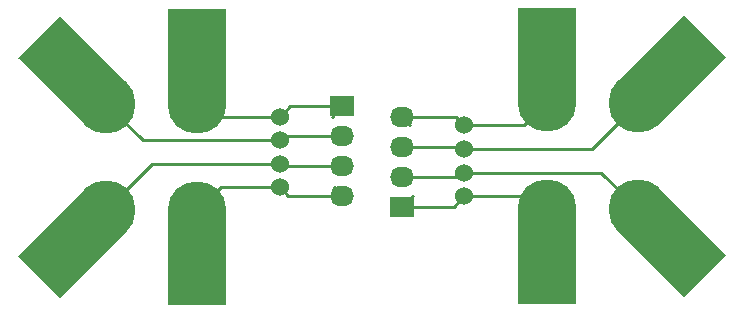
<source format=gtl>
G04 #@! TF.FileFunction,Copper,L1,Top,Signal*
%FSLAX46Y46*%
G04 Gerber Fmt 4.6, Leading zero omitted, Abs format (unit mm)*
G04 Created by KiCad (PCBNEW 4.0.3-stable) date 03/15/17 04:31:10*
%MOMM*%
%LPD*%
G01*
G04 APERTURE LIST*
%ADD10C,0.100000*%
%ADD11C,5.000000*%
%ADD12R,5.000000X8.000000*%
%ADD13C,1.524000*%
%ADD14R,2.032000X1.727200*%
%ADD15O,2.032000X1.727200*%
%ADD16C,0.250000*%
G04 APERTURE END LIST*
D10*
D11*
X124350000Y-55850000D03*
D12*
X124350000Y-51850000D03*
D11*
X132050000Y-55950000D03*
D10*
G36*
X139474621Y-52060913D02*
X133817767Y-57717767D01*
X130282233Y-54182233D01*
X135939087Y-48525379D01*
X139474621Y-52060913D01*
X139474621Y-52060913D01*
G37*
D11*
X132050000Y-64950000D03*
D10*
G36*
X135939087Y-72374621D02*
X130282233Y-66717767D01*
X133817767Y-63182233D01*
X139474621Y-68839087D01*
X135939087Y-72374621D01*
X135939087Y-72374621D01*
G37*
D11*
X124350000Y-64950000D03*
D12*
X124350000Y-68950000D03*
D13*
X117350000Y-63850000D03*
X117350000Y-61850000D03*
X117350000Y-59850000D03*
X117350000Y-57850000D03*
D14*
X112050000Y-64750000D03*
D15*
X112050000Y-62210000D03*
X112050000Y-59670000D03*
X112050000Y-57130000D03*
D14*
X107000000Y-56200000D03*
D15*
X107000000Y-58740000D03*
X107000000Y-61280000D03*
X107000000Y-63820000D03*
D13*
X101700000Y-57100000D03*
X101700000Y-59100000D03*
X101700000Y-61100000D03*
X101700000Y-63100000D03*
D11*
X94700000Y-56000000D03*
D12*
X94700000Y-52000000D03*
D11*
X87000000Y-56000000D03*
D10*
G36*
X83110913Y-48575379D02*
X88767767Y-54232233D01*
X85232233Y-57767767D01*
X79575379Y-52110913D01*
X83110913Y-48575379D01*
X83110913Y-48575379D01*
G37*
D11*
X87000000Y-65000000D03*
D10*
G36*
X79575379Y-68889087D02*
X85232233Y-63232233D01*
X88767767Y-66767767D01*
X83110913Y-72424621D01*
X79575379Y-68889087D01*
X79575379Y-68889087D01*
G37*
D11*
X94700000Y-65100000D03*
D12*
X94700000Y-69100000D03*
D16*
X112950000Y-63850000D02*
X112050000Y-64750000D01*
X123250000Y-63850000D02*
X124350000Y-64950000D01*
X117350000Y-63850000D02*
X123250000Y-63850000D01*
X116450000Y-64750000D02*
X117350000Y-63850000D01*
X112050000Y-64750000D02*
X116450000Y-64750000D01*
X107000000Y-56200000D02*
X102600000Y-56200000D01*
X102600000Y-56200000D02*
X101700000Y-57100000D01*
X101700000Y-57100000D02*
X95800000Y-57100000D01*
X95800000Y-57100000D02*
X94700000Y-56000000D01*
X106100000Y-57100000D02*
X107000000Y-56200000D01*
X112410000Y-61850000D02*
X112050000Y-62210000D01*
X128950000Y-61850000D02*
X117350000Y-61850000D01*
X132050000Y-64950000D02*
X128950000Y-61850000D01*
X116990000Y-62210000D02*
X117350000Y-61850000D01*
X112050000Y-62210000D02*
X116990000Y-62210000D01*
X107000000Y-58740000D02*
X102060000Y-58740000D01*
X102060000Y-58740000D02*
X101700000Y-59100000D01*
X87000000Y-56000000D02*
X90100000Y-59100000D01*
X90100000Y-59100000D02*
X101700000Y-59100000D01*
X106640000Y-59100000D02*
X107000000Y-58740000D01*
X112230000Y-59850000D02*
X112050000Y-59670000D01*
X128150000Y-59850000D02*
X117350000Y-59850000D01*
X132050000Y-55950000D02*
X128150000Y-59850000D01*
X117170000Y-59670000D02*
X117350000Y-59850000D01*
X112050000Y-59670000D02*
X117170000Y-59670000D01*
X107000000Y-61280000D02*
X101880000Y-61280000D01*
X101880000Y-61280000D02*
X101700000Y-61100000D01*
X87000000Y-65000000D02*
X90900000Y-61100000D01*
X90900000Y-61100000D02*
X101700000Y-61100000D01*
X106820000Y-61100000D02*
X107000000Y-61280000D01*
X112770000Y-57850000D02*
X112050000Y-57130000D01*
X122350000Y-57850000D02*
X124350000Y-55850000D01*
X117350000Y-57850000D02*
X122350000Y-57850000D01*
X116630000Y-57130000D02*
X117350000Y-57850000D01*
X112050000Y-57130000D02*
X116630000Y-57130000D01*
X107000000Y-63820000D02*
X102420000Y-63820000D01*
X102420000Y-63820000D02*
X101700000Y-63100000D01*
X101700000Y-63100000D02*
X96700000Y-63100000D01*
X96700000Y-63100000D02*
X94700000Y-65100000D01*
X106280000Y-63100000D02*
X107000000Y-63820000D01*
M02*

</source>
